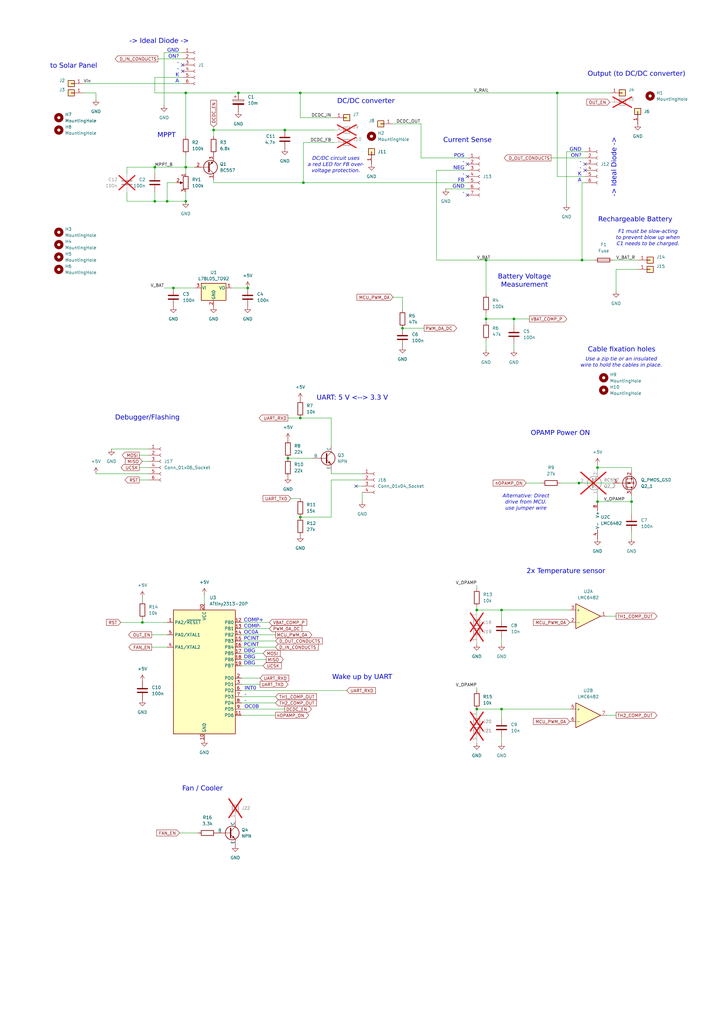
<source format=kicad_sch>
(kicad_sch (version 20250114) (generator "eeschema") (generator_version "9.0")
  (paper "A3" portrait)
  (title_block (title "controlpcb Controller") (date "2025-07-19") (rev "5"))
  (text "Output (to DC/DC converter)" (at 261.112 30.988 0) (effects (font (size 2 2))))
  (text "DC/DC converter" (at 150.114 42.164 0) (effects (font (size 2 2))))
  (text "MPPT" (at 68.326 56.134 0) (effects (font (size 2 2))))
  (text "INT0\n-\n-\nOC0B" (at 100.33 281.94 0) (effects (font (size 1.5 1.5)) (justify left top)))
  (text "to Solar Panel" (at 30.226 27.686 0) (effects (font (size 2 2))))
  (text "Fan / Cooler" (at 83.058 324.104 0) (effects (font (size 2 2))))
  (text "OPAMP Power ON" (at 229.87 178.308 0) (effects (font (size 2 2))))
  (text "Current Sense" (at 191.77 58.166 0) (effects (font (size 2 2))))
  (text "Use a zip tie or an insulated\nwire to hold the cables in place." (at 254.762 149.098 0) (effects (font (size 1.5 1.5) (italic yes))))
  (text "F1 must be slow-acting\nto prevent blow up when\nC1 needs to be charged." (at 265.684 98.044 0) (effects (font (size 1.5 1.5) (italic yes))))
  (text "GND\nON?\n-\n-\nK\nA" (at 73.406 20.32 0) (effects (font (size 1.5 1.5)) (justify right top)))
  (text "Rechargeable Battery" (at 260.604 90.678 0) (effects (font (size 2 2))))
  (text "Debugger/Flashing" (at 60.452 171.958 0) (effects (font (size 2 2))))
  (text "GND\nON?\n-\n-\nK\nA" (at 238.506 60.96 0) (effects (font (size 1.5 1.5)) (justify right top)))
  (text "COMP+\nCOMP-\nOC0A\nPCINT\nPCINT\nDBG\nDBG\nDBG" (at 100.076 254 0) (effects (font (size 1.5 1.5)) (justify left top)))
  (text "-> Ideal Diode ->" (at 252.476 68.58 90) (effects (font (size 2 2))))
  (text "POS\n-\nNEG\n-\nFB\nGND\n-" (at 190.5 63.5 0) (effects (font (size 1.5 1.5)) (justify right top)))
  (text "DC/DC circuit uses\na red LED for FB over-\nvoltage protection." (at 137.668 68.072 0) (effects (font (size 1.5 1.5) (italic yes))))
  (text "Battery Voltage\nMeasurement" (at 215.138 115.824 0) (effects (font (size 2 2))))
  (text "-> Ideal Diode ->" (at 65.278 17.526 0) (effects (font (size 2 2))))
  (text "UART: 5 V <--> 3.3 V" (at 144.526 163.83 0) (effects (font (size 2 2))))
  (text "2x Temperature sensor" (at 232.156 234.95 0) (effects (font (size 2 2))))
  (text "Wake up by UART" (at 148.59 278.384 0) (effects (font (size 2 2))))
  (text "Cable fixation holes" (at 255.016 144.018 0) (effects (font (size 2 2))))
  (text "Alternative: Direct\ndrive from MCU.\nuse jumper wire" (at 215.646 206.502 0) (effects (font (size 1.5 1.5) (italic yes))))
  (junction (at 205.74 290.83))
  (junction (at 124.46 74.93))
  (junction (at 76.2 82.55))
  (junction (at 205.74 250.19))
  (junction (at 195.58 250.19))
  (junction (at 237.49 198.12))
  (junction (at 101.6 118.11))
  (junction (at 123.19 38.1))
  (junction (at 245.11 205.74))
  (junction (at 68.58 82.55))
  (junction (at 118.11 187.96))
  (junction (at 199.39 130.81))
  (junction (at 259.08 205.74))
  (junction (at 97.79 38.1))
  (junction (at 245.11 191.77))
  (junction (at 123.19 212.09))
  (junction (at 58.42 255.27))
  (junction (at 76.2 38.1))
  (junction (at 123.19 171.45))
  (junction (at 195.58 290.83))
  (junction (at 228.6 38.1))
  (junction (at 210.82 130.81))
  (junction (at 63.5 68.58))
  (junction (at 165.1 134.62))
  (junction (at 71.12 118.11))
  (junction (at 116.84 53.34))
  (junction (at 199.39 106.68))
  (junction (at 63.5 82.55))
  (junction (at 238.76 106.68))
  (junction (at 87.63 53.34))
  (junction (at 76.2 68.58))
  (no_connect (at 191.77 80.01))
  (no_connect (at 74.93 26.67))
  (no_connect (at 191.77 67.31))
  (no_connect (at 240.03 69.85))
  (no_connect (at 146.05 199.39))
  (no_connect (at 240.03 67.31))
  (no_connect (at 74.93 29.21))
  (no_connect (at 191.77 72.39))
  (wire (pts (xy 39.37 194.31) (xy 60.96 194.31)))
  (wire (pts (xy 87.63 53.34) (xy 116.84 53.34)))
  (wire (pts (xy 233.68 290.83) (xy 205.74 290.83)))
  (wire (pts (xy 237.49 198.12) (xy 251.46 198.12)))
  (wire (pts (xy 76.2 68.58) (xy 80.01 68.58)))
  (wire (pts (xy 87.63 52.07) (xy 87.63 53.34)))
  (wire (pts (xy 210.82 130.81) (xy 217.17 130.81)))
  (wire (pts (xy 67.31 118.11) (xy 71.12 118.11)))
  (wire (pts (xy 205.74 304.8) (xy 205.74 302.26)))
  (wire (pts (xy 228.6 72.39) (xy 228.6 38.1)))
  (wire (pts (xy 76.2 38.1) (xy 76.2 55.88)))
  (wire (pts (xy 135.89 171.45) (xy 123.19 171.45)))
  (wire (pts (xy 118.11 171.45) (xy 123.19 171.45)))
  (wire (pts (xy 74.93 24.13) (xy 64.77 24.13)))
  (wire (pts (xy 52.07 71.12) (xy 52.07 68.58)))
  (wire (pts (xy 252.73 119.38) (xy 252.73 110.49)))
  (wire (pts (xy 172.72 50.8) (xy 172.72 64.77)))
  (wire (pts (xy 63.5 82.55) (xy 68.58 82.55)))
  (wire (pts (xy 63.5 31.75) (xy 63.5 38.1)))
  (wire (pts (xy 245.11 205.74) (xy 245.11 203.2)))
  (wire (pts (xy 123.19 38.1) (xy 228.6 38.1)))
  (wire (pts (xy 119.38 204.47) (xy 123.19 204.47)))
  (wire (pts (xy 210.82 140.97) (xy 210.82 143.51)))
  (wire (pts (xy 99.06 273.05) (xy 107.95 273.05)))
  (wire (pts (xy 142.24 283.21) (xy 99.06 283.21)))
  (wire (pts (xy 52.07 68.58) (xy 63.5 68.58)))
  (wire (pts (xy 238.76 74.93) (xy 240.03 74.93)))
  (wire (pts (xy 182.88 77.47) (xy 191.77 77.47)))
  (wire (pts (xy 68.58 82.55) (xy 76.2 82.55)))
  (wire (pts (xy 205.74 290.83) (xy 205.74 294.64)))
  (wire (pts (xy 113.03 262.89) (xy 99.06 262.89)))
  (wire (pts (xy 62.23 260.35) (xy 68.58 260.35)))
  (wire (pts (xy 123.19 48.26) (xy 123.19 38.1)))
  (wire (pts (xy 113.03 293.37) (xy 99.06 293.37)))
  (wire (pts (xy 52.07 78.74) (xy 52.07 82.55)))
  (wire (pts (xy 123.19 48.26) (xy 137.16 48.26)))
  (wire (pts (xy 49.53 255.27) (xy 58.42 255.27)))
  (wire (pts (xy 52.07 82.55) (xy 63.5 82.55)))
  (wire (pts (xy 113.03 285.75) (xy 99.06 285.75)))
  (wire (pts (xy 74.93 31.75) (xy 63.5 31.75)))
  (wire (pts (xy 99.06 270.51) (xy 109.22 270.51)))
  (wire (pts (xy 199.39 106.68) (xy 179.07 106.68)))
  (wire (pts (xy 60.96 189.23) (xy 58.42 189.23)))
  (wire (pts (xy 259.08 218.44) (xy 259.08 220.98)))
  (wire (pts (xy 39.37 38.1) (xy 34.29 38.1)))
  (wire (pts (xy 199.39 139.7) (xy 199.39 143.51)))
  (wire (pts (xy 165.1 134.62) (xy 173.99 134.62)))
  (wire (pts (xy 57.15 196.85) (xy 60.96 196.85)))
  (wire (pts (xy 76.2 68.58) (xy 76.2 71.12)))
  (wire (pts (xy 250.19 38.1) (xy 228.6 38.1)))
  (wire (pts (xy 161.29 121.92) (xy 165.1 121.92)))
  (wire (pts (xy 63.5 82.55) (xy 63.5 78.74)))
  (wire (pts (xy 72.39 74.93) (xy 68.58 74.93)))
  (wire (pts (xy 229.87 198.12) (xy 237.49 198.12)))
  (wire (pts (xy 259.08 210.82) (xy 259.08 205.74)))
  (wire (pts (xy 76.2 82.55) (xy 76.2 78.74)))
  (wire (pts (xy 148.59 205.74) (xy 148.59 201.93)))
  (wire (pts (xy 110.49 255.27) (xy 99.06 255.27)))
  (wire (pts (xy 248.92 252.73) (xy 252.73 252.73)))
  (wire (pts (xy 199.39 120.65) (xy 199.39 106.68)))
  (wire (pts (xy 76.2 38.1) (xy 97.79 38.1)))
  (wire (pts (xy 259.08 191.77) (xy 245.11 191.77)))
  (wire (pts (xy 199.39 130.81) (xy 199.39 128.27)))
  (wire (pts (xy 245.11 205.74) (xy 259.08 205.74)))
  (wire (pts (xy 252.73 110.49) (xy 261.62 110.49)))
  (wire (pts (xy 106.68 280.67) (xy 99.06 280.67)))
  (wire (pts (xy 195.58 281.94) (xy 195.58 283.21)))
  (wire (pts (xy 228.6 72.39) (xy 240.03 72.39)))
  (wire (pts (xy 165.1 121.92) (xy 165.1 127)))
  (wire (pts (xy 87.63 53.34) (xy 87.63 55.88)))
  (wire (pts (xy 124.46 74.93) (xy 191.77 74.93)))
  (wire (pts (xy 97.79 38.1) (xy 123.19 38.1)))
  (wire (pts (xy 215.9 198.12) (xy 222.25 198.12)))
  (wire (pts (xy 238.76 74.93) (xy 238.76 106.68)))
  (wire (pts (xy 205.74 250.19) (xy 233.68 250.19)))
  (wire (pts (xy 135.89 212.09) (xy 123.19 212.09)))
  (wire (pts (xy 76.2 63.5) (xy 76.2 68.58)))
  (wire (pts (xy 58.42 254) (xy 58.42 255.27)))
  (wire (pts (xy 195.58 250.19) (xy 205.74 250.19)))
  (wire (pts (xy 34.29 34.29) (xy 74.93 34.29)))
  (wire (pts (xy 67.31 21.59) (xy 74.93 21.59)))
  (wire (pts (xy 232.41 83.82) (xy 232.41 62.23)))
  (wire (pts (xy 146.05 199.39) (xy 148.59 199.39)))
  (wire (pts (xy 58.42 245.11) (xy 58.42 246.38)))
  (wire (pts (xy 179.07 69.85) (xy 191.77 69.85)))
  (wire (pts (xy 63.5 68.58) (xy 63.5 71.12)))
  (wire (pts (xy 113.03 288.29) (xy 99.06 288.29)))
  (wire (pts (xy 135.89 196.85) (xy 148.59 196.85)))
  (wire (pts (xy 135.89 182.88) (xy 135.89 171.45)))
  (wire (pts (xy 57.15 191.77) (xy 60.96 191.77)))
  (wire (pts (xy 240.03 64.77) (xy 226.06 64.77)))
  (wire (pts (xy 73.66 341.63) (xy 81.28 341.63)))
  (wire (pts (xy 135.89 212.09) (xy 135.89 196.85)))
  (wire (pts (xy 210.82 133.35) (xy 210.82 130.81)))
  (wire (pts (xy 58.42 255.27) (xy 68.58 255.27)))
  (wire (pts (xy 259.08 205.74) (xy 259.08 203.2)))
  (wire (pts (xy 99.06 267.97) (xy 107.95 267.97)))
  (wire (pts (xy 116.84 53.34) (xy 137.16 53.34)))
  (wire (pts (xy 71.12 118.11) (xy 80.01 118.11)))
  (wire (pts (xy 245.11 191.77) (xy 245.11 193.04)))
  (wire (pts (xy 83.82 243.84) (xy 83.82 247.65)))
  (wire (pts (xy 116.84 290.83) (xy 99.06 290.83)))
  (wire (pts (xy 238.76 106.68) (xy 243.84 106.68)))
  (wire (pts (xy 199.39 106.68) (xy 238.76 106.68)))
  (wire (pts (xy 161.29 50.8) (xy 172.72 50.8)))
  (wire (pts (xy 63.5 38.1) (xy 76.2 38.1)))
  (wire (pts (xy 68.58 74.93) (xy 68.58 82.55)))
  (wire (pts (xy 124.46 58.42) (xy 137.16 58.42)))
  (wire (pts (xy 62.23 265.43) (xy 68.58 265.43)))
  (wire (pts (xy 245.11 191.77) (xy 245.11 190.5)))
  (wire (pts (xy 57.15 186.69) (xy 60.96 186.69)))
  (wire (pts (xy 106.68 278.13) (xy 99.06 278.13)))
  (wire (pts (xy 95.25 118.11) (xy 101.6 118.11)))
  (wire (pts (xy 259.08 191.77) (xy 259.08 193.04)))
  (wire (pts (xy 195.58 248.92) (xy 195.58 250.19)))
  (wire (pts (xy 135.89 194.31) (xy 135.89 193.04)))
  (wire (pts (xy 67.31 43.18) (xy 67.31 21.59)))
  (wire (pts (xy 87.63 74.93) (xy 124.46 74.93)))
  (wire (pts (xy 118.11 187.96) (xy 128.27 187.96)))
  (wire (pts (xy 110.49 257.81) (xy 99.06 257.81)))
  (wire (pts (xy 251.46 106.68) (xy 261.62 106.68)))
  (wire (pts (xy 205.74 264.16) (xy 205.74 261.62)))
  (wire (pts (xy 87.63 73.66) (xy 87.63 74.93)))
  (wire (pts (xy 199.39 132.08) (xy 199.39 130.81)))
  (wire (pts (xy 195.58 240.03) (xy 195.58 241.3)))
  (wire (pts (xy 39.37 38.1) (xy 39.37 40.64)))
  (wire (pts (xy 113.03 265.43) (xy 99.06 265.43)))
  (wire (pts (xy 205.74 250.19) (xy 205.74 254)))
  (wire (pts (xy 199.39 130.81) (xy 210.82 130.81)))
  (wire (pts (xy 135.89 194.31) (xy 148.59 194.31)))
  (wire (pts (xy 99.06 260.35) (xy 113.03 260.35)))
  (wire (pts (xy 172.72 64.77) (xy 191.77 64.77)))
  (wire (pts (xy 124.46 58.42) (xy 124.46 74.93)))
  (wire (pts (xy 63.5 68.58) (xy 76.2 68.58)))
  (wire (pts (xy 252.73 293.37) (xy 248.92 293.37)))
  (wire (pts (xy 205.74 290.83) (xy 195.58 290.83)))
  (wire (pts (xy 45.72 184.15) (xy 60.96 184.15)))
  (wire (pts (xy 232.41 62.23) (xy 240.03 62.23)))
  (wire (pts (xy 179.07 69.85) (xy 179.07 106.68)))
  (label "V_BAT" (at 195.58 106.68 0))
  (label "V_OPAMP" (at 195.58 281.94 180))
  (label "DCDC_FB" (at 135.89 58.42 180))
  (label "DCDC_OUT" (at 162.56 50.8 0))
  (label "DCDC_IN" (at 135.89 48.26 180))
  (label "V_BAT_R" (at 252.73 106.68 0))
  (label "V_RAIL" (at 194.31 38.1 0))
  (label "V_OPAMP" (at 195.58 240.03 180))
  (label "V_BAT" (at 67.31 118.11 180))
  (label "MPPT_B" (at 63.5 68.58 0))
  (label "V_OPAMP" (at 247.65 205.74 0))
  (label "Vin" (at 34.29 34.29 0))
  (global_label "TH1_COMP_OUT" (shape output) (at 252.73 252.73 0) (property "Intersheetrefs" "${INTERSHEET_REFS}" (effects (hide yes))))
  (global_label "VBAT_COMP_P" (shape output) (at 217.17 130.81 0) (property "Intersheetrefs" "${INTERSHEET_REFS}" (effects (hide yes))))
  (global_label "nOPAMP_ON" (shape output) (at 113.03 293.37 0) (property "Intersheetrefs" "${INTERSHEET_REFS}" (effects (hide yes))))
  (global_label "D_OUT_CONDUCTS" (shape input) (at 113.03 262.89 0) (property "Intersheetrefs" "${INTERSHEET_REFS}" (effects (hide yes))))
  (global_label "UCSK" (shape output) (at 57.15 191.77 180) (property "Intersheetrefs" "${INTERSHEET_REFS}" (effects (hide yes))))
  (global_label "RST" (shape input) (at 49.53 255.27 180) (property "Intersheetrefs" "${INTERSHEET_REFS}" (effects (hide yes))))
  (global_label "OUT_EN" (shape output) (at 62.23 260.35 180) (property "Intersheetrefs" "${INTERSHEET_REFS}" (effects (hide yes))))
  (global_label "D_IN_CONDUCTS" (shape output) (at 64.77 24.13 180) (property "Intersheetrefs" "${INTERSHEET_REFS}" (effects (hide yes))))
  (global_label "TH2_COMP_OUT" (shape output) (at 252.73 293.37 0) (property "Intersheetrefs" "${INTERSHEET_REFS}" (effects (hide yes))))
  (global_label "VBAT_COMP_P" (shape input) (at 110.49 255.27 0) (property "Intersheetrefs" "${INTERSHEET_REFS}" (effects (hide yes))))
  (global_label "UART_RXD" (shape input) (at 142.24 283.21 0) (property "Intersheetrefs" "${INTERSHEET_REFS}" (effects (hide yes))))
  (global_label "MOSI" (shape input) (at 107.95 267.97 0) (property "Intersheetrefs" "${INTERSHEET_REFS}" (effects (hide yes))))
  (global_label "D_IN_CONDUCTS" (shape input) (at 113.03 265.43 0) (property "Intersheetrefs" "${INTERSHEET_REFS}" (effects (hide yes))))
  (global_label "MISO" (shape output) (at 109.22 270.51 0) (property "Intersheetrefs" "${INTERSHEET_REFS}" (effects (hide yes))))
  (global_label "FAN_EN" (shape output) (at 62.23 265.43 180) (property "Intersheetrefs" "${INTERSHEET_REFS}" (effects (hide yes))))
  (global_label "TH1_COMP_OUT" (shape input) (at 113.03 285.75 0) (property "Intersheetrefs" "${INTERSHEET_REFS}" (effects (hide yes))))
  (global_label "FAN_EN" (shape input) (at 73.66 341.63 180) (property "Intersheetrefs" "${INTERSHEET_REFS}" (effects (hide yes))))
  (global_label "MCU_PWM_0A" (shape input) (at 161.29 121.92 180) (property "Intersheetrefs" "${INTERSHEET_REFS}" (effects (hide yes))))
  (global_label "UCSK" (shape input) (at 107.95 273.05 0) (property "Intersheetrefs" "${INTERSHEET_REFS}" (effects (hide yes))))
  (global_label "DCDC_EN" (shape output) (at 116.84 290.83 0) (property "Intersheetrefs" "${INTERSHEET_REFS}" (effects (hide yes))))
  (global_label "TH2_COMP_OUT" (shape input) (at 113.03 288.29 0) (property "Intersheetrefs" "${INTERSHEET_REFS}" (effects (hide yes))))
  (global_label "UART_TXD" (shape input) (at 119.38 204.47 180) (property "Intersheetrefs" "${INTERSHEET_REFS}" (effects (hide yes))))
  (global_label "MOSI" (shape output) (at 57.15 186.69 180) (property "Intersheetrefs" "${INTERSHEET_REFS}" (effects (hide yes))))
  (global_label "nOPAMP_ON" (shape input) (at 215.9 198.12 180) (property "Intersheetrefs" "${INTERSHEET_REFS}" (effects (hide yes))))
  (global_label "UART_RXD" (shape input) (at 106.68 278.13 0) (property "Intersheetrefs" "${INTERSHEET_REFS}" (effects (hide yes))))
  (global_label "UART_TXD" (shape output) (at 106.68 280.67 0) (property "Intersheetrefs" "${INTERSHEET_REFS}" (effects (hide yes))))
  (global_label "UART_RXD" (shape output) (at 118.11 171.45 180) (property "Intersheetrefs" "${INTERSHEET_REFS}" (effects (hide yes))))
  (global_label "PWM_0A_DC" (shape input) (at 110.49 257.81 0) (property "Intersheetrefs" "${INTERSHEET_REFS}" (effects (hide yes))))
  (global_label "OUT_EN" (shape input) (at 250.19 41.91 180) (property "Intersheetrefs" "${INTERSHEET_REFS}" (effects (hide yes))))
  (global_label "MISO" (shape input) (at 58.42 189.23 180) (property "Intersheetrefs" "${INTERSHEET_REFS}" (effects (hide yes))))
  (global_label "MCU_PWM_0A" (shape input) (at 233.68 255.27 180) (property "Intersheetrefs" "${INTERSHEET_REFS}" (effects (hide yes))))
  (global_label "RST" (shape output) (at 57.15 196.85 180) (property "Intersheetrefs" "${INTERSHEET_REFS}" (effects (hide yes))))
  (global_label "DCDC_EN" (shape input) (at 87.63 52.07 90) (property "Intersheetrefs" "${INTERSHEET_REFS}" (effects (hide yes))))
  (global_label "D_OUT_CONDUCTS" (shape output) (at 226.06 64.77 180) (property "Intersheetrefs" "${INTERSHEET_REFS}" (effects (hide yes))))
  (global_label "MCU_PWM_0A" (shape input) (at 233.68 295.91 180) (property "Intersheetrefs" "${INTERSHEET_REFS}" (effects (hide yes))))
  (global_label "MCU_PWM_0A" (shape output) (at 113.03 260.35 0) (property "Intersheetrefs" "${INTERSHEET_REFS}" (effects (hide yes))))
  (global_label "PWM_0A_DC" (shape output) (at 173.99 134.62 0) (property "Intersheetrefs" "${INTERSHEET_REFS}" (effects (hide yes))))
  (symbol (lib_id "power:GND") (at 165.1 142.24 0) (unit 1)
    (property "Reference" "#PWR016" (effects (hide yes)))
    (property "Value" "GND" (at 165.1 147.32 0))
    (property "Description" "Power symbol creates a global label with name \"GND\" , ground" (effects (hide yes)))
  )
  (symbol (lib_id "power:GND") (at 195.58 304.8 0) (unit 1)
    (property "Reference" "#PWR034" (effects (hide yes)))
    (property "Value" "GND" (at 195.58 309.88 0))
    (property "Description" "Power symbol creates a global label with name \"GND\" , ground" (effects (hide yes)))
  )
  (symbol (lib_id "power:GND") (at 195.58 264.16 0) (unit 1)
    (property "Reference" "#PWR031" (effects (hide yes)))
    (property "Value" "GND" (at 195.58 269.24 0))
    (property "Description" "Power symbol creates a global label with name \"GND\" , ground" (effects (hide yes)))
  )
  (symbol (lib_id "power:GND") (at 76.2 82.55 0) (unit 1)
    (property "Reference" "#PWR09" (effects (hide yes)))
    (property "Value" "GND" (at 76.2 87.63 0))
    (property "Description" "Power symbol creates a global label with name \"GND\" , ground" (effects (hide yes)))
  )
  (symbol (lib_id "Amplifier_Operational:LM358") (at 241.3 293.37 0) (unit 2)
    (property "Reference" "U2" (at 241.3 283.21 0))
    (property "Value" "LMC6482" (at 241.3 285.75 0))
    (property "Footprint" "Package_SO:SOIC-8_5.3x6.2mm_P1.27mm" (effects (hide yes)))
    (property "Datasheet" "https://www.ti.com/lit/ds/symlink/lmc6482.pdf" (effects (hide yes)))
    (property "Description" "Low-Power, Dual Operational Amplifiers, DIP-8/SOIC-8/TO-99-8" (effects (hide yes)))
  )
  (symbol (lib_id "power:GND") (at 232.41 83.82 0) (unit 1)
    (property "Reference" "#PWR010" (effects (hide yes)))
    (property "Value" "GND" (at 232.41 88.9 0))
    (property "Description" "Power symbol creates a global label with name \"GND\" , ground" (effects (hide yes)))
  )
  (symbol (lib_id "Connector_Generic:Conn_01x01") (at 195.58 255.27 270) (unit 1) (in_bom no) (dnp yes)
    (property "Reference" "J18" (at 198.12 255.2699 90) (effects (justify left)))
    (property "Value" "Conn_01x01" (effects (hide yes)))
    (property "Footprint" "Connector_PinSocket_2.54mm:PinSocket_1x01_P2.54mm_Vertical" (effects (hide yes)))
    (property "Description" "Generic connector, single row, 01x01, script generated (kicad-library-utils/schlib/autogen/connector/)" (effects (hide yes)))
  )
  (symbol (lib_id "Connector_Generic:Conn_01x01") (at 152.4 62.23 90) (unit 1)
    (property "Reference" "J11" (at 154.94 62.2299 90) (effects (justify right)))
    (property "Value" "Conn_01x01" (effects (hide yes)))
    (property "Footprint" "Connector_Wire:SolderWire-0.75sqmm_1x01_D1.25mm_OD2.3mm" (effects (hide yes)))
    (property "Description" "Generic connector, single row, 01x01, script generated (kicad-library-utils/schlib/autogen/connector/)" (effects (hide yes)))
  )
  (symbol (lib_id "Connector_Generic:Conn_01x01") (at 29.21 38.1 0) (mirror y) (unit 1)
    (property "Reference" "J3" (at 26.67 36.8299 0) (effects (justify left)))
    (property "Value" "Conn_01x01" (effects (hide yes)))
    (property "Footprint" "Connector_Wire:SolderWire-0.75sqmm_1x01_D1.25mm_OD2.3mm" (effects (hide yes)))
    (property "Description" "Generic connector, single row, 01x01, script generated (kicad-library-utils/schlib/autogen/connector/)" (effects (hide yes)))
  )
  (symbol (lib_id "Connector:Conn_01x06_Socket") (at 245.11 67.31 0) (unit 1)
    (property "Reference" "J12" (at 246.38 67.3099 0) (effects (justify left)))
    (property "Value" "Conn_01x06_Socket" (effects (hide yes)))
    (property "Footprint" "Custom_Symbols:SIP-6_Upright_Board" (effects (hide yes)))
    (property "Description" "Generic connector, single row, 01x06, script generated" (effects (hide yes)))
  )
  (symbol (lib_id "Device:R") (at 87.63 59.69 0) (unit 1)
    (property "Reference" "R3" (at 90.17 58.4199 0) (effects (justify left)))
    (property "Value" "6.8k" (at 90.17 60.9599 0) (effects (justify left)))
    (property "Footprint" "Resistor_THT:R_Axial_DIN0207_L6.3mm_D2.5mm_P2.54mm_Vertical" (effects (hide yes)))
    (property "Description" "Resistor" (effects (hide yes)))
  )
  (symbol (lib_id "Device:R") (at 123.19 167.64 0) (unit 1)
    (property "Reference" "R7" (at 125.73 166.3699 0) (effects (justify left)))
    (property "Value" "10k" (at 125.73 168.9099 0) (effects (justify left)))
    (property "Footprint" "Resistor_SMD:R_0805_2012Metric_Pad1.20x1.40mm_HandSolder" (effects (hide yes)))
    (property "Description" "Resistor" (effects (hide yes)))
  )
  (symbol (lib_id "Device:R") (at 85.09 341.63 90) (unit 1)
    (property "Reference" "R16" (at 85.09 335.28 90))
    (property "Value" "3.3k" (at 85.09 337.82 90))
    (property "Footprint" "Resistor_THT:R_Axial_DIN0207_L6.3mm_D2.5mm_P2.54mm_Vertical" (effects (hide yes)))
    (property "Description" "Resistor" (effects (hide yes)))
  )
  (symbol (lib_id "Device:R") (at 118.11 191.77 0) (unit 1)
    (property "Reference" "R10" (at 120.65 190.4999 0) (effects (justify left)))
    (property "Value" "22k" (at 120.65 193.0399 0) (effects (justify left)))
    (property "Footprint" "Resistor_SMD:R_0805_2012Metric" (effects (hide yes)))
    (property "Description" "Resistor" (effects (hide yes)))
  )
  (symbol (lib_id "power:GND") (at 261.62 50.8 0) (unit 1)
    (property "Reference" "#PWR04" (effects (hide yes)))
    (property "Value" "GND" (at 261.62 55.88 0))
    (property "Description" "Power symbol creates a global label with name \"GND\" , ground" (effects (hide yes)))
  )
  (symbol (lib_id "Device:C") (at 205.74 257.81 0) (unit 1)
    (property "Reference" "C8" (at 209.55 256.5399 0) (effects (justify left)))
    (property "Value" "10n" (at 209.55 259.0799 0) (effects (justify left)))
    (property "Footprint" "Capacitor_SMD:C_0805_2012Metric" (effects (hide yes)))
    (property "Description" "Unpolarized capacitor" (effects (hide yes)))
  )
  (symbol (lib_id "power:GND") (at 205.74 264.16 0) (unit 1)
    (property "Reference" "#PWR032" (effects (hide yes)))
    (property "Value" "GND" (at 205.74 269.24 0))
    (property "Description" "Power symbol creates a global label with name \"GND\" , ground" (effects (hide yes)))
  )
  (symbol (lib_id "Device:R") (at 165.1 130.81 0) (unit 1)
    (property "Reference" "R5" (at 167.64 129.5399 0) (effects (justify left)))
    (property "Value" "47k" (at 167.64 132.0799 0) (effects (justify left)))
    (property "Footprint" "Resistor_THT:R_Axial_DIN0207_L6.3mm_D2.5mm_P2.54mm_Vertical" (effects (hide yes)))
    (property "Description" "Resistor" (effects (hide yes)))
  )
  (symbol (lib_id "power:GND") (at 39.37 40.64 0) (unit 1)
    (property "Reference" "#PWR01" (effects (hide yes)))
    (property "Value" "GND" (at 39.37 45.72 0))
    (property "Description" "Power symbol creates a global label with name \"GND\" , ground" (effects (hide yes)))
  )
  (symbol (lib_id "Connector:Conn_01x07_Socket") (at 196.85 72.39 0) (unit 1)
    (property "Reference" "J13" (at 198.12 72.3899 0) (effects (justify left)))
    (property "Value" "Conn_01x07_Socket" (effects (hide yes)))
    (property "Footprint" "Custom_Symbols:SIP-7_Upright_Board" (effects (hide yes)))
    (property "Description" "Generic connector, single row, 01x07, script generated" (effects (hide yes)))
  )
  (symbol (lib_id "power:+5V") (at 245.11 190.5 0) (unit 1)
    (property "Reference" "#PWR020" (effects (hide yes)))
    (property "Value" "+5V" (at 245.11 185.42 0))
    (property "Description" "Power symbol creates a global label with name \"+5V\"" (effects (hide yes)))
  )
  (symbol (lib_id "Mechanical:MountingHole") (at 266.7 39.37 0) (unit 1) (in_bom no)
    (property "Reference" "H1" (at 269.24 38.0999 0) (effects (justify left)))
    (property "Value" "MountingHole" (at 269.24 40.6399 0) (effects (justify left)))
    (property "Footprint" "MountingHole:MountingHole_3.2mm_M3_ISO7380" (effects (hide yes)))
    (property "Description" "Mounting Hole without connection" (effects (hide yes)))
  )
  (symbol (lib_id "Device:R") (at 226.06 198.12 90) (unit 1)
    (property "Reference" "R9" (at 226.06 191.77 90))
    (property "Value" "27k" (at 226.06 194.31 90))
    (property "Footprint" "Resistor_SMD:R_0805_2012Metric_Pad1.20x1.40mm_HandSolder" (effects (hide yes)))
    (property "Description" "Resistor" (effects (hide yes)))
  )
  (symbol (lib_id "power:GND") (at 123.19 219.71 0) (unit 1)
    (property "Reference" "#PWR028" (effects (hide yes)))
    (property "Value" "GND" (at 123.19 224.79 0))
    (property "Description" "Power symbol creates a global label with name \"GND\" , ground" (effects (hide yes)))
  )
  (symbol (lib_id "power:GND") (at 87.63 125.73 0) (unit 1)
    (property "Reference" "#PWR014" (effects (hide yes)))
    (property "Value" "GND" (at 87.63 130.81 0))
    (property "Description" "Power symbol creates a global label with name \"GND\" , ground" (effects (hide yes)))
  )
  (symbol (lib_id "Device:R") (at 58.42 250.19 0) (unit 1)
    (property "Reference" "R14" (at 60.96 248.9199 0) (effects (justify left)))
    (property "Value" "10k" (at 60.96 251.4599 0) (effects (justify left)))
    (property "Footprint" "Resistor_THT:R_Axial_DIN0207_L6.3mm_D2.5mm_P5.08mm_Vertical" (effects (hide yes)))
    (property "Description" "Resistor" (effects (hide yes)))
  )
  (symbol (lib_id "Connector_Generic:Conn_01x01") (at 195.58 299.72 90) (unit 1) (in_bom no) (dnp yes)
    (property "Reference" "J21" (at 198.12 299.7199 90) (effects (justify right)))
    (property "Value" "Conn_01x01" (effects (hide yes)))
    (property "Footprint" "Connector_PinSocket_2.54mm:PinSocket_1x01_P2.54mm_Vertical" (effects (hide yes)))
    (property "Description" "Generic connector, single row, 01x01, script generated (kicad-library-utils/schlib/autogen/connector/)" (effects (hide yes)))
  )
  (symbol (lib_id "Device:C_Polarized") (at 97.79 41.91 0) (unit 1)
    (property "Reference" "C1" (at 101.6 39.7509 0) (effects (justify left)))
    (property "Value" "10m" (at 101.6 42.2909 0) (effects (justify left)))
    (property "Footprint" "Capacitor_THT:CP_Radial_D30.0mm_P10.00mm_SnapIn" (effects (hide yes)))
    (property "Description" "Polarized capacitor" (effects (hide yes)))
  )
  (symbol (lib_id "Connector_Generic:Conn_01x01") (at 29.21 34.29 0) (mirror y) (unit 1)
    (property "Reference" "J2" (at 26.67 33.0199 0) (effects (justify left)))
    (property "Value" "Conn_01x01" (effects (hide yes)))
    (property "Footprint" "Connector_Wire:SolderWire-0.75sqmm_1x01_D1.25mm_OD2.3mm" (effects (hide yes)))
    (property "Description" "Generic connector, single row, 01x01, script generated (kicad-library-utils/schlib/autogen/connector/)" (effects (hide yes)))
  )
  (symbol (lib_id "Connector_Generic:Conn_01x01") (at 195.58 259.08 90) (unit 1) (in_bom no) (dnp yes)
    (property "Reference" "J19" (at 198.12 259.0799 90) (effects (justify right)))
    (property "Value" "Conn_01x01" (effects (hide yes)))
    (property "Footprint" "Connector_PinSocket_2.54mm:PinSocket_1x01_P2.54mm_Vertical" (effects (hide yes)))
    (property "Description" "Generic connector, single row, 01x01, script generated (kicad-library-utils/schlib/autogen/connector/)" (effects (hide yes)))
  )
  (symbol (lib_id "power:GND") (at 259.08 220.98 0) (unit 1)
    (property "Reference" "#PWR027" (effects (hide yes)))
    (property "Value" "GND" (at 259.08 226.06 0))
    (property "Description" "Power symbol creates a global label with name \"GND\" , ground" (effects (hide yes)))
  )
  (symbol (lib_id "power:GND") (at 83.82 303.53 0) (unit 1)
    (property "Reference" "#PWR033" (effects (hide yes)))
    (property "Value" "GND" (at 83.82 308.61 0))
    (property "Description" "Power symbol creates a global label with name \"GND\" , ground" (effects (hide yes)))
  )
  (symbol (lib_id "power:GND") (at 97.79 45.72 0) (unit 1)
    (property "Reference" "#PWR03" (effects (hide yes)))
    (property "Value" "GND" (at 97.79 50.8 0))
    (property "Description" "Power symbol creates a global label with name \"GND\" , ground" (effects (hide yes)))
  )
  (symbol (lib_id "Device:C") (at 205.74 298.45 0) (unit 1)
    (property "Reference" "C9" (at 209.55 297.1799 0) (effects (justify left)))
    (property "Value" "10n" (at 209.55 299.7199 0) (effects (justify left)))
    (property "Footprint" "Capacitor_SMD:C_0805_2012Metric" (effects (hide yes)))
    (property "Description" "Unpolarized capacitor" (effects (hide yes)))
  )
  (symbol (lib_id "Device:C") (at 58.42 283.21 0) (unit 1)
    (property "Reference" "C10" (at 62.23 281.9399 0) (effects (justify left)))
    (property "Value" "100n" (at 62.23 284.4799 0) (effects (justify left)))
    (property "Footprint" "Capacitor_THT:C_Rect_L7.0mm_W3.5mm_P5.00mm" (effects (hide yes)))
    (property "Description" "Unpolarized capacitor" (effects (hide yes)))
  )
  (symbol (lib_id "Device:C") (at 116.84 57.15 0) (mirror y) (unit 1)
    (property "Reference" "C11" (at 113.03 55.8799 0) (effects (justify left)))
    (property "Value" "4.7n" (at 113.03 58.4199 0) (effects (justify left)))
    (property "Footprint" "Capacitor_SMD:C_0805_2012Metric_Pad1.18x1.45mm_HandSolder" (effects (hide yes)))
    (property "Description" "Unpolarized capacitor" (effects (hide yes)))
  )
  (symbol (lib_id "Connector_Generic:Conn_01x01") (at 142.24 58.42 0) (unit 1) (dnp yes)
    (property "Reference" "J10" (at 144.78 57.1499 0) (effects (justify left)))
    (property "Value" "Conn_01x01" (effects (hide yes)))
    (property "Footprint" "Connector_PinSocket_2.54mm:PinSocket_1x01_P2.54mm_Vertical" (effects (hide yes)))
    (property "Description" "Generic connector, single row, 01x01, script generated (kicad-library-utils/schlib/autogen/connector/)" (effects (hide yes)))
  )
  (symbol (lib_id "power:GND") (at 245.11 220.98 0) (unit 1)
    (property "Reference" "#PWR026" (effects (hide yes)))
    (property "Value" "GND" (at 245.11 226.06 0))
    (property "Description" "Power symbol creates a global label with name \"GND\" , ground" (effects (hide yes)))
  )
  (symbol (lib_id "Device:R") (at 195.58 287.02 0) (unit 1)
    (property "Reference" "R15" (at 198.12 285.7499 0) (effects (justify left)))
    (property "Value" "10k" (at 198.12 288.2899 0) (effects (justify left)))
    (property "Footprint" "Resistor_THT:R_Axial_DIN0207_L6.3mm_D2.5mm_P2.54mm_Vertical" (effects (hide yes)))
    (property "Description" "Resistor" (effects (hide yes)))
  )
  (symbol (lib_id "Device:R") (at 123.19 215.9 0) (unit 1)
    (property "Reference" "R12" (at 125.73 214.6299 0) (effects (justify left)))
    (property "Value" "27k" (at 125.73 217.1699 0) (effects (justify left)))
    (property "Footprint" "Resistor_SMD:R_0805_2012Metric" (effects (hide yes)))
    (property "Description" "Resistor" (effects (hide yes)))
  )
  (symbol (lib_id "Connector_Generic:Conn_01x01") (at 142.24 48.26 0) (unit 1)
    (property "Reference" "J7" (at 144.78 46.9899 0) (effects (justify left)))
    (property "Value" "Conn_01x01" (effects (hide yes)))
    (property "Footprint" "Connector_Wire:SolderWire-0.75sqmm_1x01_D1.25mm_OD2.3mm" (effects (hide yes)))
    (property "Description" "Generic connector, single row, 01x01, script generated (kicad-library-utils/schlib/autogen/connector/)" (effects (hide yes)))
  )
  (symbol (lib_id "Transistor_FET:Q_PMOS_GSD") (at 256.54 198.12 0) (mirror x) (unit 1)
    (property "Reference" "Q2_1" (at 262.89 199.3901 0) (effects (justify left)))
    (property "Value" "Q_PMOS_GSD" (at 262.89 196.8501 0) (effects (justify left)))
    (property "Footprint" "Package_TO_SOT_SMD:SOT-23" (effects (hide yes)))
    (property "Description" "P-MOSFET transistor, gate/source/drain" (effects (hide yes)))
  )
  (symbol (lib_id "Connector:Conn_01x06_Socket") (at 66.04 189.23 0) (unit 1)
    (property "Reference" "J17" (at 67.31 189.2299 0) (effects (justify left)))
    (property "Value" "Conn_01x06_Socket" (at 67.31 191.7699 0) (effects (justify left)))
    (property "Footprint" "Connector_PinSocket_2.54mm:PinSocket_1x06_P2.54mm_Vertical" (effects (hide yes)))
    (property "Description" "Generic connector, single row, 01x06, script generated" (effects (hide yes)))
  )
  (symbol (lib_id "power:GND") (at 152.4 67.31 0) (unit 1)
    (property "Reference" "#PWR07" (effects (hide yes)))
    (property "Value" "GND" (at 152.4 72.39 0))
    (property "Description" "Power symbol creates a global label with name \"GND\" , ground" (effects (hide yes)))
  )
  (symbol (lib_id "Device:C") (at 71.12 121.92 0) (unit 1)
    (property "Reference" "C3" (at 74.93 120.6499 0) (effects (justify left)))
    (property "Value" "100n" (at 74.93 123.1899 0) (effects (justify left)))
    (property "Footprint" "Capacitor_SMD:C_0805_2012Metric_Pad1.18x1.45mm_HandSolder" (effects (hide yes)))
    (property "Description" "Unpolarized capacitor" (effects (hide yes)))
  )
  (symbol (lib_id "power:GND") (at 205.74 304.8 0) (unit 1)
    (property "Reference" "#PWR035" (effects (hide yes)))
    (property "Value" "GND" (at 205.74 309.88 0))
    (property "Description" "Power symbol creates a global label with name \"GND\" , ground" (effects (hide yes)))
  )
  (symbol (lib_id "Device:R") (at 123.19 208.28 0) (unit 1)
    (property "Reference" "R11" (at 125.73 207.0099 0) (effects (justify left)))
    (property "Value" "15k" (at 125.73 209.5499 0) (effects (justify left)))
    (property "Footprint" "Resistor_SMD:R_0805_2012Metric" (effects (hide yes)))
    (property "Description" "Resistor" (effects (hide yes)))
  )
  (symbol (lib_id "power:GND") (at 118.11 195.58 0) (unit 1)
    (property "Reference" "#PWR023" (effects (hide yes)))
    (property "Value" "GND" (at 118.11 200.66 0))
    (property "Description" "Power symbol creates a global label with name \"GND\" , ground" (effects (hide yes)))
  )
  (symbol (lib_id "Mechanical:MountingHole") (at 152.4 55.88 0) (unit 1) (in_bom no)
    (property "Reference" "H2" (at 154.94 54.6099 0) (effects (justify left)))
    (property "Value" "MountingHole" (at 154.94 57.1499 0) (effects (justify left)))
    (property "Footprint" "MountingHole:MountingHole_3.2mm_M3_ISO7380" (effects (hide yes)))
    (property "Description" "Mounting Hole without connection" (effects (hide yes)))
  )
  (symbol (lib_id "power:+5V") (at 58.42 245.11 0) (unit 1)
    (property "Reference" "#PWR030" (effects (hide yes)))
    (property "Value" "+5V" (at 58.42 240.03 0))
    (property "Description" "Power symbol creates a global label with name \"+5V\"" (effects (hide yes)))
  )
  (symbol (lib_id "power:+5V") (at 58.42 279.4 0) (unit 1)
    (property "Reference" "#PWR036" (effects (hide yes)))
    (property "Value" "+5V" (at 58.42 274.32 0))
    (property "Description" "Power symbol creates a global label with name \"+5V\"" (effects (hide yes)))
  )
  (symbol (lib_id "power:+5V") (at 39.37 194.31 0) (unit 1)
    (property "Reference" "#PWR024" (effects (hide yes)))
    (property "Value" "+5V" (at 39.37 189.23 0))
    (property "Description" "Power symbol creates a global label with name \"+5V\"" (effects (hide yes)))
  )
  (symbol (lib_id "power:+5V") (at 83.82 243.84 0) (unit 1)
    (property "Reference" "#PWR029" (effects (hide yes)))
    (property "Value" "+5V" (at 83.82 238.76 0))
    (property "Description" "Power symbol creates a global label with name \"+5V\"" (effects (hide yes)))
  )
  (symbol (lib_id "Connector_Generic:Conn_01x01") (at 96.52 331.47 90) (unit 1) (in_bom no) (dnp yes)
    (property "Reference" "J22" (at 99.06 331.4699 90) (effects (justify right)))
    (property "Value" "Conn_01x01" (effects (hide yes)))
    (property "Footprint" "Connector_PinSocket_2.54mm:PinSocket_1x01_P2.54mm_Vertical" (effects (hide yes)))
    (property "Description" "Generic connector, single row, 01x01, script generated (kicad-library-utils/schlib/autogen/connector/)" (effects (hide yes)))
  )
  (symbol (lib_id "power:+5V") (at 101.6 118.11 0) (unit 1)
    (property "Reference" "#PWR011" (effects (hide yes)))
    (property "Value" "+5V" (at 101.6 113.03 0))
    (property "Description" "Power symbol creates a global label with name \"+5V\"" (effects (hide yes)))
  )
  (symbol (lib_id "Device:R") (at 195.58 245.11 0) (unit 1)
    (property "Reference" "R13" (at 198.12 243.8399 0) (effects (justify left)))
    (property "Value" "10k" (at 198.12 246.3799 0) (effects (justify left)))
    (property "Footprint" "Resistor_THT:R_Axial_DIN0207_L6.3mm_D2.5mm_P15.24mm_Horizontal" (effects (hide yes)))
    (property "Description" "Resistor" (effects (hide yes)))
  )
  (symbol (lib_id "power:GND") (at 252.73 119.38 0) (unit 1)
    (property "Reference" "#PWR012" (effects (hide yes)))
    (property "Value" "GND" (at 252.73 124.46 0))
    (property "Description" "Power symbol creates a global label with name \"GND\" , ground" (effects (hide yes)))
  )
  (symbol (lib_id "Connector_Generic:Conn_01x01") (at 255.27 41.91 0) (unit 1) (in_bom no) (dnp yes)
    (property "Reference" "J5" (at 257.81 40.6399 0) (effects (justify left)))
    (property "Value" "Conn_01x01" (effects (hide yes)))
    (property "Footprint" "Connector_PinSocket_2.54mm:PinSocket_1x01_P2.54mm_Vertical" (effects (hide yes)))
    (property "Description" "Generic connector, single row, 01x01, script generated (kicad-library-utils/schlib/autogen/connector/)" (effects (hide yes)))
  )
  (symbol (lib_id "Device:R") (at 76.2 59.69 0) (unit 1)
    (property "Reference" "R2" (at 78.74 58.4199 0) (effects (justify left)))
    (property "Value" "100k" (at 78.74 60.9599 0) (effects (justify left)))
    (property "Footprint" "Resistor_THT:R_Axial_DIN0207_L6.3mm_D2.5mm_P5.08mm_Vertical" (effects (hide yes)))
    (property "Description" "Resistor" (effects (hide yes)))
  )
  (symbol (lib_id "Transistor_BJT:BC557") (at 85.09 68.58 0) (mirror x) (unit 1)
    (property "Reference" "Q1" (at 90.17 67.3099 0) (effects (justify left)))
    (property "Value" "BC557" (at 90.17 69.8499 0) (effects (justify left)))
    (property "Footprint" "Custom_Footprints:TO-92_W" (effects (hide yes)))
    (property "Datasheet" "https://www.onsemi.com/pub/Collateral/BC556BTA-D.pdf" (effects (hide yes)))
    (property "Description" "0.1A Ic, 45V Vce, PNP Small Signal Transistor, TO-92" (effects (hide yes)))
  )
  (symbol (lib_id "power:GND") (at 67.31 43.18 0) (unit 1)
    (property "Reference" "#PWR02" (effects (hide yes)))
    (property "Value" "GND" (at 67.31 48.26 0))
    (property "Description" "Power symbol creates a global label with name \"GND\" , ground" (effects (hide yes)))
  )
  (symbol (lib_id "power:GND") (at 58.42 287.02 0) (unit 1)
    (property "Reference" "#PWR037" (effects (hide yes)))
    (property "Value" "GND" (at 58.42 292.1 0))
    (property "Description" "Power symbol creates a global label with name \"GND\" , ground" (effects (hide yes)))
  )
  (symbol (lib_id "Device:C") (at 63.5 74.93 0) (mirror y) (unit 1)
    (property "Reference" "C2" (at 59.69 73.6599 0) (effects (justify left)))
    (property "Value" "100n" (at 59.69 76.1999 0) (effects (justify left)))
    (property "Footprint" "Capacitor_SMD:C_0805_2012Metric_Pad1.18x1.45mm_HandSolder" (effects (hide yes)))
    (property "Description" "Unpolarized capacitor" (effects (hide yes)))
  )
  (symbol (lib_id "Mechanical:MountingHole") (at 24.13 53.34 0) (unit 1) (in_bom no)
    (property "Reference" "H8" (at 26.67 52.0699 0) (effects (justify left)))
    (property "Value" "MountingHole" (at 26.67 54.6099 0) (effects (justify left)))
    (property "Footprint" "MountingHole:MountingHole_2.2mm_M2_DIN965" (effects (hide yes)))
    (property "Description" "Mounting Hole without connection" (effects (hide yes)))
  )
  (symbol (lib_id "Device:C") (at 52.07 74.93 0) (mirror y) (unit 1) (in_bom no) (dnp yes)
    (property "Reference" "C12" (at 48.26 73.6599 0) (effects (justify left)))
    (property "Value" "100n" (at 48.26 76.1999 0) (effects (justify left)))
    (property "Footprint" "Capacitor_SMD:C_0805_2012Metric_Pad1.18x1.45mm_HandSolder" (effects (hide yes)))
    (property "Description" "Unpolarized capacitor" (effects (hide yes)))
  )
  (symbol (lib_id "power:+5V") (at 123.19 163.83 0) (unit 1)
    (property "Reference" "#PWR019" (effects (hide yes)))
    (property "Value" "+5V" (at 123.19 158.75 0))
    (property "Description" "Power symbol creates a global label with name \"+5V\"" (effects (hide yes)))
  )
  (symbol (lib_id "power:GND") (at 182.88 77.47 0) (unit 1)
    (property "Reference" "#PWR08" (effects (hide yes)))
    (property "Value" "GND" (at 182.88 82.55 0))
    (property "Description" "Power symbol creates a global label with name \"GND\" , ground" (effects (hide yes)))
  )
  (symbol (lib_id "Connector:Conn_01x04_Socket") (at 153.67 196.85 0) (unit 1)
    (property "Reference" "J16" (at 154.94 196.8499 0) (effects (justify left)))
    (property "Value" "Conn_01x04_Socket" (at 154.94 199.3899 0) (effects (justify left)))
    (property "Footprint" "Connector_PinSocket_2.54mm:PinSocket_1x04_P2.54mm_Vertical" (effects (hide yes)))
    (property "Description" "Generic connector, single row, 01x04, script generated" (effects (hide yes)))
  )
  (symbol (lib_id "Device:C") (at 259.08 214.63 0) (unit 1)
    (property "Reference" "C7" (at 262.89 213.3599 0) (effects (justify left)))
    (property "Value" "100n" (at 262.89 215.8999 0) (effects (justify left)))
    (property "Footprint" "Capacitor_SMD:C_0805_2012Metric" (effects (hide yes)))
    (property "Description" "Unpolarized capacitor" (effects (hide yes)))
  )
  (symbol (lib_id "Connector_Generic:Conn_01x01") (at 266.7 110.49 0) (unit 1)
    (property "Reference" "J15" (at 269.24 109.2199 0) (effects (justify left)))
    (property "Value" "Conn_01x01" (effects (hide yes)))
    (property "Footprint" "Connector_Wire:SolderWire-0.75sqmm_1x01_D1.25mm_OD2.3mm" (effects (hide yes)))
    (property "Description" "Generic connector, single row, 01x01, script generated (kicad-library-utils/schlib/autogen/connector/)" (effects (hide yes)))
  )
  (symbol (lib_id "Device:C") (at 101.6 121.92 0) (unit 1)
    (property "Reference" "C4" (at 105.41 120.6499 0) (effects (justify left)))
    (property "Value" "100n" (at 105.41 123.1899 0) (effects (justify left)))
    (property "Footprint" "Capacitor_SMD:C_0805_2012Metric_Pad1.18x1.45mm_HandSolder" (effects (hide yes)))
    (property "Description" "Unpolarized capacitor" (effects (hide yes)))
  )
  (symbol (lib_id "power:GND") (at 148.59 205.74 0) (unit 1)
    (property "Reference" "#PWR025" (effects (hide yes)))
    (property "Value" "GND" (at 148.59 210.82 0))
    (property "Description" "Power symbol creates a global label with name \"GND\" , ground" (effects (hide yes)))
  )
  (symbol (lib_id "power:GND") (at 199.39 143.51 0) (unit 1)
    (property "Reference" "#PWR017" (effects (hide yes)))
    (property "Value" "GND" (at 199.39 148.59 0))
    (property "Description" "Power symbol creates a global label with name \"GND\" , ground" (effects (hide yes)))
  )
  (symbol (lib_id "Amplifier_Operational:LM358") (at 247.65 213.36 0) (unit 3)
    (property "Reference" "U2" (at 246.38 212.0899 0) (effects (justify left)))
    (property "Value" "LMC6482" (at 246.38 214.6299 0) (effects (justify left)))
    (property "Footprint" "Package_SO:SOIC-8_5.3x6.2mm_P1.27mm" (effects (hide yes)))
    (property "Datasheet" "https://www.ti.com/lit/ds/symlink/lmc6482.pdf" (effects (hide yes)))
    (property "Description" "Low-Power, Dual Operational Amplifiers, DIP-8/SOIC-8/TO-99-8" (effects (hide yes)))
  )
  (symbol (lib_id "power:GND") (at 116.84 60.96 0) (unit 1)
    (property "Reference" "#PWR039" (effects (hide yes)))
    (property "Value" "GND" (at 116.84 66.04 0))
    (property "Description" "Power symbol creates a global label with name \"GND\" , ground" (effects (hide yes)))
  )
  (symbol (lib_id "Mechanical:MountingHole") (at 24.13 100.33 0) (unit 1) (in_bom no)
    (property "Reference" "H4" (at 26.67 99.0599 0) (effects (justify left)))
    (property "Value" "MountingHole" (at 26.67 101.5999 0) (effects (justify left)))
    (property "Footprint" "MountingHole:MountingHole_3.2mm_M3_ISO7380" (effects (hide yes)))
    (property "Description" "Mounting Hole without connection" (effects (hide yes)))
  )
  (symbol (lib_id "Device:C") (at 165.1 138.43 0) (unit 1)
    (property "Reference" "C6" (at 168.91 137.1599 0) (effects (justify left)))
    (property "Value" "100n" (at 168.91 139.6999 0) (effects (justify left)))
    (property "Footprint" "Capacitor_SMD:C_0805_2012Metric_Pad1.18x1.45mm_HandSolder" (effects (hide yes)))
    (property "Description" "Unpolarized capacitor" (effects (hide yes)))
  )
  (symbol (lib_id "Device:Fuse") (at 247.65 106.68 90) (unit 1)
    (property "Reference" "F1" (at 247.65 100.33 90))
    (property "Value" "Fuse" (at 247.65 102.87 90))
    (property "Footprint" "Fuse:Fuseholder_Clip-5x20mm_Littelfuse_445-030_Inline_P20.50x5.20mm_D1.30mm_Horizontal" (effects (hide yes)))
    (property "Description" "Fuse" (effects (hide yes)))
  )
  (symbol (lib_id "Device:R_Potentiometer") (at 76.2 74.93 0) (mirror y) (unit 1)
    (property "Reference" "RV1" (at 78.74 73.6599 0) (effects (justify right)))
    (property "Value" "100k" (at 78.74 76.1999 0) (effects (justify right)))
    (property "Footprint" "Potentiometer_THT:Potentiometer_Vishay_T73XX_Horizontal" (effects (hide yes)))
    (property "Description" "Potentiometer" (effects (hide yes)))
  )
  (symbol (lib_id "Mechanical:MountingHole") (at 24.13 110.49 0) (unit 1) (in_bom no)
    (property "Reference" "H6" (at 26.67 109.2199 0) (effects (justify left)))
    (property "Value" "MountingHole" (at 26.67 111.7599 0) (effects (justify left)))
    (property "Footprint" "MountingHole:MountingHole_3.2mm_M3_ISO7380" (effects (hide yes)))
    (property "Description" "Mounting Hole without connection" (effects (hide yes)))
  )
  (symbol (lib_id "Connector_Generic:Conn_01x01") (at 261.62 45.72 90) (unit 1)
    (property "Reference" "J6" (at 264.16 45.7199 90) (effects (justify right)))
    (property "Value" "Conn_01x01" (effects (hide yes)))
    (property "Footprint" "Connector_Wire:SolderWire-0.75sqmm_1x01_D1.25mm_OD2.3mm" (effects (hide yes)))
    (property "Description" "Generic connector, single row, 01x01, script generated (kicad-library-utils/schlib/autogen/connector/)" (effects (hide yes)))
  )
  (symbol (lib_id "Mechanical:MountingHole") (at 24.13 105.41 0) (unit 1) (in_bom no)
    (property "Reference" "H5" (at 26.67 104.1399 0) (effects (justify left)))
    (property "Value" "MountingHole" (at 26.67 106.6799 0) (effects (justify left)))
    (property "Footprint" "MountingHole:MountingHole_3.2mm_M3_ISO7380" (effects (hide yes)))
    (property "Description" "Mounting Hole without connection" (effects (hide yes)))
  )
  (symbol (lib_id "Connector_Generic:Conn_01x01") (at 195.58 295.91 270) (unit 1) (in_bom no) (dnp yes)
    (property "Reference" "J20" (at 198.12 295.9099 90) (effects (justify left)))
    (property "Value" "Conn_01x01" (effects (hide yes)))
    (property "Footprint" "Connector_PinSocket_2.54mm:PinSocket_1x01_P2.54mm_Vertical" (effects (hide yes)))
    (property "Description" "Generic connector, single row, 01x01, script generated (kicad-library-utils/schlib/autogen/connector/)" (effects (hide yes)))
  )
  (symbol (lib_id "power:GND") (at 210.82 143.51 0) (unit 1)
    (property "Reference" "#PWR018" (effects (hide yes)))
    (property "Value" "GND" (at 210.82 148.59 0))
    (property "Description" "Power symbol creates a global label with name \"GND\" , ground" (effects (hide yes)))
  )
  (symbol (lib_id "Mechanical:MountingHole") (at 247.65 154.94 0) (unit 1) (in_bom no)
    (property "Reference" "H9" (at 250.19 153.6699 0) (effects (justify left)))
    (property "Value" "MountingHole" (at 250.19 156.2099 0) (effects (justify left)))
    (property "Footprint" "MountingHole:MountingHole_2.2mm_M2_DIN965" (effects (hide yes)))
    (property "Description" "Mounting Hole without connection" (effects (hide yes)))
  )
  (symbol (lib_id "Simulation_SPICE:NPN") (at 93.98 341.63 0) (unit 1)
    (property "Reference" "Q4" (at 99.06 340.3599 0) (effects (justify left)))
    (property "Value" "NPN" (at 99.06 342.8999 0) (effects (justify left)))
    (property "Footprint" "Custom_Footprints:TO-92_W" (effects (hide yes)))
    (property "Datasheet" "https://ngspice.sourceforge.io/docs/ngspice-html-manual/manual.xhtml#cha_BJTs" (effects (hide yes)))
    (property "Description" "Bipolar transistor symbol for simulation only, substrate tied to the emitter" (effects (hide yes)))
    (property "Sim.Device" "NPN" (effects (hide yes)))
    (property "Sim.Type" "GUMMELPOON" (effects (hide yes)))
    (property "Sim.Pins" "1=C 2=B 3=E" (effects (hide yes)))
  )
  (symbol (lib_id "Connector_Generic:Conn_01x01") (at 142.24 53.34 0) (unit 1) (dnp yes)
    (property "Reference" "J9" (at 144.78 52.0699 0) (effects (justify left)))
    (property "Value" "Conn_01x01" (effects (hide yes)))
    (property "Footprint" "Connector_PinSocket_2.54mm:PinSocket_1x01_P2.54mm_Vertical" (effects (hide yes)))
    (property "Description" "Generic connector, single row, 01x01, script generated (kicad-library-utils/schlib/autogen/connector/)" (effects (hide yes)))
  )
  (symbol (lib_id "Device:R") (at 199.39 124.46 0) (unit 1)
    (property "Reference" "R4" (at 201.93 123.1899 0) (effects (justify left)))
    (property "Value" "100k" (at 201.93 125.7299 0) (effects (justify left)))
    (property "Footprint" "Resistor_THT:R_Axial_DIN0207_L6.3mm_D2.5mm_P10.16mm_Horizontal" (effects (hide yes)))
    (property "Description" "Resistor" (effects (hide yes)))
  )
  (symbol (lib_id "Device:R") (at 118.11 184.15 0) (unit 1)
    (property "Reference" "R8" (at 120.65 182.8799 0) (effects (justify left)))
    (property "Value" "22k" (at 120.65 185.4199 0) (effects (justify left)))
    (property "Footprint" "Resistor_SMD:R_0805_2012Metric" (effects (hide yes)))
    (property "Description" "Resistor" (effects (hide yes)))
  )
  (symbol (lib_id "Connector_Generic:Conn_01x01") (at 266.7 106.68 0) (unit 1)
    (property "Reference" "J14" (at 269.24 105.4099 0) (effects (justify left)))
    (property "Value" "Conn_01x01" (effects (hide yes)))
    (property "Footprint" "Connector_Wire:SolderWire-0.75sqmm_1x01_D1.25mm_OD2.3mm" (effects (hide yes)))
    (property "Description" "Generic connector, single row, 01x01, script generated (kicad-library-utils/schlib/autogen/connector/)" (effects (hide yes)))
  )
  (symbol (lib_id "Simulation_SPICE:NPN") (at 133.35 187.96 0) (unit 1)
    (property "Reference" "Q3" (at 138.43 186.6899 0) (effects (justify left)))
    (property "Value" "NPN" (at 138.43 189.2299 0) (effects (justify left)))
    (property "Footprint" "Custom_Footprints:TO-92_W" (effects (hide yes)))
    (property "Datasheet" "https://ngspice.sourceforge.io/docs/ngspice-html-manual/manual.xhtml#cha_BJTs" (effects (hide yes)))
    (property "Description" "Bipolar transistor symbol for simulation only, substrate tied to the emitter" (effects (hide yes)))
    (property "Sim.Device" "NPN" (effects (hide yes)))
    (property "Sim.Type" "GUMMELPOON" (effects (hide yes)))
    (property "Sim.Pins" "1=C 2=B 3=E" (effects (hide yes)))
  )
  (symbol (lib_id "Device:R") (at 199.39 135.89 0) (unit 1)
    (property "Reference" "R6" (at 201.93 134.6199 0) (effects (justify left)))
    (property "Value" "47k" (at 201.93 137.1599 0) (effects (justify left)))
    (property "Footprint" "Resistor_THT:R_Axial_DIN0207_L6.3mm_D2.5mm_P2.54mm_Vertical" (effects (hide yes)))
    (property "Description" "Resistor" (effects (hide yes)))
  )
  (symbol (lib_id "power:+5V") (at 118.11 180.34 0) (unit 1)
    (property "Reference" "#PWR021" (effects (hide yes)))
    (property "Value" "+5V" (at 118.11 175.26 0))
    (property "Description" "Power symbol creates a global label with name \"+5V\"" (effects (hide yes)))
  )
  (symbol (lib_id "Amplifier_Operational:LM358") (at 241.3 252.73 0) (unit 1)
    (property "Reference" "U2" (at 241.3 242.57 0))
    (property "Value" "LMC6482" (at 241.3 245.11 0))
    (property "Footprint" "Package_SO:SOIC-8_5.3x6.2mm_P1.27mm" (effects (hide yes)))
    (property "Datasheet" "https://www.ti.com/lit/ds/symlink/lmc6482.pdf" (effects (hide yes)))
    (property "Description" "Low-Power, Dual Operational Amplifiers, DIP-8/SOIC-8/TO-99-8" (effects (hide yes)))
  )
  (symbol (lib_id "Connector:Conn_01x06_Socket") (at 80.01 26.67 0) (unit 1)
    (property "Reference" "J1" (at 81.28 26.6699 0) (effects (justify left)))
    (property "Value" "Conn_01x06_Socket" (effects (hide yes)))
    (property "Footprint" "Custom_Symbols:SIP-6_Upright_Board" (effects (hide yes)))
    (property "Description" "Generic connector, single row, 01x06, script generated" (effects (hide yes)))
  )
  (symbol (lib_id "power:GND") (at 71.12 125.73 0) (unit 1)
    (property "Reference" "#PWR013" (effects (hide yes)))
    (property "Value" "GND" (at 71.12 130.81 0))
    (property "Description" "Power symbol creates a global label with name \"GND\" , ground" (effects (hide yes)))
  )
  (symbol (lib_id "Device:C") (at 210.82 137.16 0) (unit 1)
    (property "Reference" "C5" (at 214.63 135.8899 0) (effects (justify left)))
    (property "Value" "100n" (at 214.63 138.4299 0) (effects (justify left)))
    (property "Footprint" "Capacitor_SMD:C_0805_2012Metric_Pad1.18x1.45mm_HandSolder" (effects (hide yes)))
    (property "Description" "Unpolarized capacitor" (effects (hide yes)))
  )
  (symbol (lib_id "Connector_Generic:Conn_01x01") (at 255.27 38.1 0) (unit 1)
    (property "Reference" "J4" (at 257.81 36.8299 0) (effects (justify left)))
    (property "Value" "Conn_01x01" (effects (hide yes)))
    (property "Footprint" "Connector_Wire:SolderWire-0.75sqmm_1x01_D1.25mm_OD2.3mm" (effects (hide yes)))
    (property "Description" "Generic connector, single row, 01x01, script generated (kicad-library-utils/schlib/autogen/connector/)" (effects (hide yes)))
  )
  (symbol (lib_id "Mechanical:MountingHole") (at 24.13 48.26 0) (unit 1) (in_bom no)
    (property "Reference" "H7" (at 26.67 46.9899 0) (effects (justify left)))
    (property "Value" "MountingHole" (at 26.67 49.5299 0) (effects (justify left)))
    (property "Footprint" "MountingHole:MountingHole_2.2mm_M2_DIN965" (effects (hide yes)))
    (property "Description" "Mounting Hole without connection" (effects (hide yes)))
  )
  (symbol (lib_id "Mechanical:MountingHole") (at 24.13 95.25 0) (unit 1) (in_bom no)
    (property "Reference" "H3" (at 26.67 93.9799 0) (effects (justify left)))
    (property "Value" "MountingHole" (at 26.67 96.5199 0) (effects (justify left)))
    (property "Footprint" "MountingHole:MountingHole_3.2mm_M3_ISO7380" (effects (hide yes)))
    (property "Description" "Mounting Hole without connection" (effects (hide yes)))
  )
  (symbol (lib_id "Mechanical:MountingHole") (at 247.65 160.02 0) (unit 1) (in_bom no)
    (property "Reference" "H10" (at 250.19 158.7499 0) (effects (justify left)))
    (property "Value" "MountingHole" (at 250.19 161.2899 0) (effects (justify left)))
    (property "Footprint" "MountingHole:MountingHole_2.2mm_M2_DIN965" (effects (hide yes)))
    (property "Description" "Mounting Hole without connection" (effects (hide yes)))
  )
  (symbol (lib_id "power:GND") (at 96.52 346.71 0) (unit 1)
    (property "Reference" "#PWR038" (effects (hide yes)))
    (property "Value" "GND" (at 96.52 351.79 0))
    (property "Description" "Power symbol creates a global label with name \"GND\" , ground" (effects (hide yes)))
  )
  (symbol (lib_id "MCU_Microchip_ATtiny:ATtiny2313-20P") (at 83.82 275.59 0) (unit 1)
    (property "Reference" "U3" (at 85.9633 245.11 0) (effects (justify left)))
    (property "Value" "ATtiny2313-20P" (at 85.9633 247.65 0) (effects (justify left)))
    (property "Footprint" "Package_DIP:DIP-20_W7.62mm" (effects (hide yes)))
    (property "Datasheet" "http://ww1.microchip.com/downloads/en/DeviceDoc/Atmel-2543-AVR-ATtiny2313_Datasheet.pdf" (effects (hide yes)))
    (property "Description" "20MHz, 2kB Flash, 128B SRAM, 128B EEPROM, debugWIRE, DIP-20" (effects (hide yes)))
  )
  (symbol (lib_id "Transistor_BJT:BC557") (at 242.57 198.12 0) (mirror x) (unit 1) (in_bom no) (dnp yes)
    (property "Reference" "Q2_2" (at 247.65 199.3901 0) (effects (justify left)))
    (property "Value" "BC557" (at 247.65 196.8501 0) (effects (justify left)))
    (property "Footprint" "Custom_Footprints:TO-92_W" (effects (hide yes)))
    (property "Datasheet" "https://www.onsemi.com/pub/Collateral/BC556BTA-D.pdf" (effects (hide yes)))
    (property "Description" "0.1A Ic, 45V Vce, PNP Small Signal Transistor, TO-92" (effects (hide yes)))
  )
  (symbol (lib_id "power:GND") (at 101.6 125.73 0) (unit 1)
    (property "Reference" "#PWR015" (effects (hide yes)))
    (property "Value" "GND" (at 101.6 130.81 0))
    (property "Description" "Power symbol creates a global label with name \"GND\" , ground" (effects (hide yes)))
  )
  (symbol (lib_id "Regulator_Linear:L78L05_TO92") (at 87.63 118.11 0) (unit 1)
    (property "Reference" "U1" (at 87.63 111.76 0))
    (property "Value" "L78L05_TO92" (at 87.63 114.3 0))
    (property "Footprint" "Custom_Footprints:TO-92_W" (effects (hide yes)))
    (property "Datasheet" "http://www.st.com/content/ccc/resource/technical/document/datasheet/15/55/e5/aa/23/5b/43/fd/CD00000446.pdf/files/CD00000446.pdf/jcr:content/translations/en.CD00000446.pdf" (effects (hide yes)))
    (property "Description" "Positive 100mA 30V Linear Regulator, Fixed Output 5V, TO-92" (effects (hide yes)))
  )
  (symbol (lib_id "power:GND") (at 45.72 184.15 0) (unit 1)
    (property "Reference" "#PWR022" (effects (hide yes)))
    (property "Value" "GND" (at 45.72 189.23 0))
    (property "Description" "Power symbol creates a global label with name \"GND\" , ground" (effects (hide yes)))
  )
  (symbol (lib_id "Connector_Generic:Conn_01x01") (at 156.21 50.8 0) (mirror y) (unit 1)
    (property "Reference" "J8" (at 153.67 49.5299 0) (effects (justify left)))
    (property "Value" "Conn_01x01" (effects (hide yes)))
    (property "Footprint" "Connector_Wire:SolderWire-0.75sqmm_1x01_D1.25mm_OD2.3mm" (effects (hide yes)))
    (property "Description" "Generic connector, single row, 01x01, script generated (kicad-library-utils/schlib/autogen/connector/)" (effects (hide yes)))
  )
)
</source>
